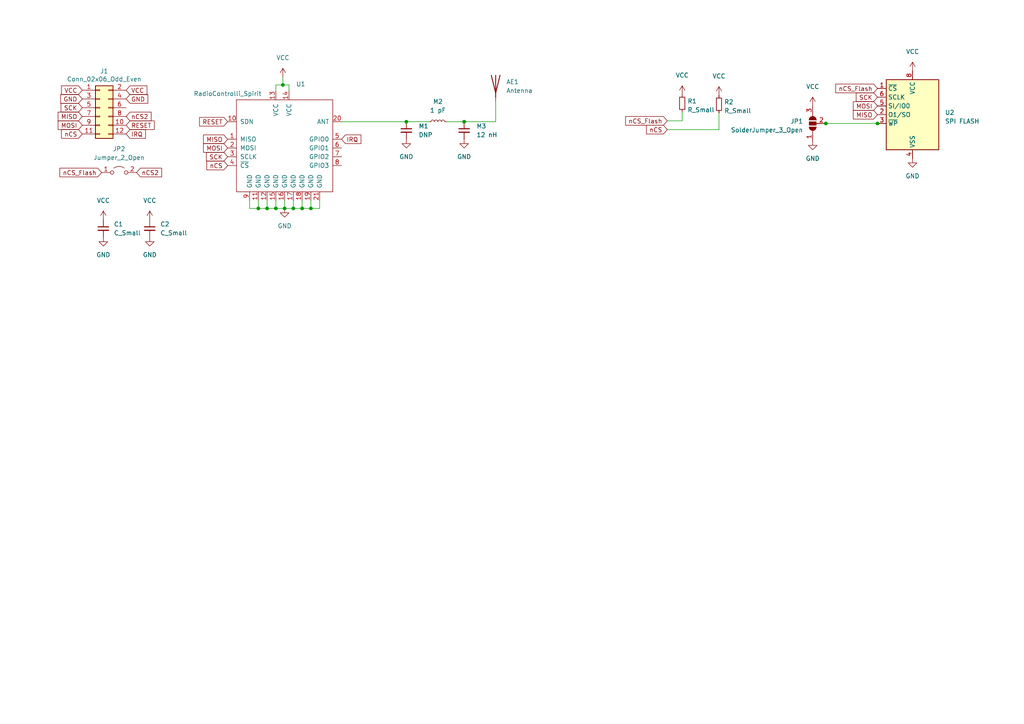
<source format=kicad_sch>
(kicad_sch (version 20230121) (generator eeschema)
  (paper "A4")
  (lib_symbols
    (symbol "AvS_RadioModule:RadioControlli_Spirit" (pin_names (offset 1.016))
      (property "Reference" "U" (at -8.89 10.16 0))
      (property "Value" "RadioControlli_Spirit" (at 1.27 0 0))
      (symbol "RadioControlli_Spirit_0_1"
        (rectangle (start -12.7 8.89) (end 15.24 -17.78))
      )
      (symbol "RadioControlli_Spirit_1_1"
        (pin output line (at -15.24 -2.54 0) (length 2.54) (name "MISO") (number "1"))
        (pin input line (at -15.24 2.54 0) (length 2.54) (name "SDN") (number "10"))
        (pin power_in line (at -6.35 -20.32 90) (length 2.54) (name "GND") (number "11"))
        (pin power_in line (at -3.81 -20.32 90) (length 2.54) (name "GND") (number "12"))
        (pin power_in line (at -1.27 11.43 270) (length 2.54) (name "VCC") (number "13"))
        (pin power_in line (at 2.54 11.43 270) (length 2.54) (name "VCC") (number "14"))
        (pin power_in line (at -1.27 -20.32 90) (length 2.54) (name "GND") (number "15"))
        (pin power_in line (at 1.27 -20.32 90) (length 2.54) (name "GND") (number "16"))
        (pin power_in line (at 3.81 -20.32 90) (length 2.54) (name "GND") (number "17"))
        (pin power_in line (at 6.35 -20.32 90) (length 2.54) (name "GND") (number "18"))
        (pin power_in line (at 8.89 -20.32 90) (length 2.54) (name "GND") (number "19"))
        (pin input line (at -15.24 -5.08 0) (length 2.54) (name "MOSI") (number "2"))
        (pin bidirectional line (at 17.78 2.54 180) (length 2.54) (name "ANT") (number "20"))
        (pin power_in line (at 11.43 -20.32 90) (length 2.54) (name "GND") (number "21"))
        (pin input line (at -15.24 -7.62 0) (length 2.54) (name "SCLK") (number "3"))
        (pin input line (at -15.24 -10.16 0) (length 2.54) (name "~{CS}") (number "4"))
        (pin bidirectional line (at 17.78 -2.54 180) (length 2.54) (name "GPIO0") (number "5"))
        (pin bidirectional line (at 17.78 -5.08 180) (length 2.54) (name "GPIO1") (number "6"))
        (pin bidirectional line (at 17.78 -7.62 180) (length 2.54) (name "GPIO2") (number "7"))
        (pin bidirectional line (at 17.78 -10.16 180) (length 2.54) (name "GPIO3") (number "8"))
        (pin power_in line (at -8.89 -20.32 90) (length 2.54) (name "GND") (number "9"))
      )
    )
    (symbol "Connector_Generic:Conn_02x06_Odd_Even" (pin_names (offset 1.016) hide)
      (property "Reference" "J" (at 1.27 7.62 0))
      (property "Value" "Conn_02x06_Odd_Even" (at 1.27 -10.16 0))
      (symbol "Conn_02x06_Odd_Even_1_1"
        (rectangle (start -1.27 -7.493) (end 0 -7.747) (stroke (width 0.1524)))
        (rectangle (start -1.27 -4.953) (end 0 -5.207) (stroke (width 0.1524)))
        (rectangle (start -1.27 -2.413) (end 0 -2.667) (stroke (width 0.1524)))
        (rectangle (start -1.27 0.127) (end 0 -0.127) (stroke (width 0.1524)))
        (rectangle (start -1.27 2.667) (end 0 2.413) (stroke (width 0.1524)))
        (rectangle (start -1.27 5.207) (end 0 4.953) (stroke (width 0.1524)))
        (rectangle (start -1.27 6.35) (end 3.81 -8.89) (stroke (width 0.254)) (fill (type background)))
        (rectangle (start 3.81 -7.493) (end 2.54 -7.747) (stroke (width 0.1524)))
        (rectangle (start 3.81 -4.953) (end 2.54 -5.207) (stroke (width 0.1524)))
        (rectangle (start 3.81 -2.413) (end 2.54 -2.667) (stroke (width 0.1524)))
        (rectangle (start 3.81 0.127) (end 2.54 -0.127) (stroke (width 0.1524)))
        (rectangle (start 3.81 2.667) (end 2.54 2.413) (stroke (width 0.1524)))
        (rectangle (start 3.81 5.207) (end 2.54 4.953) (stroke (width 0.1524)))
        (pin passive line (at -5.08 5.08 0) (length 3.81) (name "Pin_1") (number "1"))
        (pin passive line (at 7.62 -5.08 180) (length 3.81) (name "Pin_10") (number "10"))
        (pin passive line (at -5.08 -7.62 0) (length 3.81) (name "Pin_11") (number "11"))
        (pin passive line (at 7.62 -7.62 180) (length 3.81) (name "Pin_12") (number "12"))
        (pin passive line (at 7.62 5.08 180) (length 3.81) (name "Pin_2") (number "2"))
        (pin passive line (at -5.08 2.54 0) (length 3.81) (name "Pin_3") (number "3"))
        (pin passive line (at 7.62 2.54 180) (length 3.81) (name "Pin_4") (number "4"))
        (pin passive line (at -5.08 0 0) (length 3.81) (name "Pin_5") (number "5"))
        (pin passive line (at 7.62 0 180) (length 3.81) (name "Pin_6") (number "6"))
        (pin passive line (at -5.08 -2.54 0) (length 3.81) (name "Pin_7") (number "7"))
        (pin passive line (at 7.62 -2.54 180) (length 3.81) (name "Pin_8") (number "8"))
        (pin passive line (at -5.08 -5.08 0) (length 3.81) (name "Pin_9") (number "9"))
      )
    )
    (symbol "Device:Antenna" (pin_numbers hide) (pin_names (offset 1.016) hide)
      (property "Reference" "AE" (at -1.905 1.905 0))
      (property "Value" "Antenna" (at -1.905 0 0))
      (symbol "Antenna_0_1"
        (polyline (pts (xy 0 2.54) (xy 0 -3.81)) (stroke (width 0.254)))
        (polyline (pts (xy 1.27 2.54) (xy 0 -2.54) (xy -1.27 2.54)) (stroke (width 0.254)))
      )
      (symbol "Antenna_1_1"
        (pin input line (at 0 -5.08 90) (length 2.54) (name "A") (number "1"))
      )
    )
    (symbol "Device:C_Small" (pin_numbers hide) (pin_names (offset 0.254) hide)
      (property "Reference" "C" (at 0.254 1.778 0))
      (property "Value" "C_Small" (at 0.254 -2.032 0))
      (symbol "C_Small_0_1"
        (polyline (pts (xy -1.524 -0.508) (xy 1.524 -0.508)) (stroke (width 0.3302)))
        (polyline (pts (xy -1.524 0.508) (xy 1.524 0.508)) (stroke (width 0.3048)))
      )
      (symbol "C_Small_1_1"
        (pin passive line (at 0 2.54 270) (length 2.032) (name "~") (number "1"))
        (pin passive line (at 0 -2.54 90) (length 2.032) (name "~") (number "2"))
      )
    )
    (symbol "Device:L_Small" (pin_numbers hide) (pin_names (offset 0.254) hide)
      (property "Reference" "L" (at 0.762 1.016 0))
      (property "Value" "L_Small" (at 0.762 -1.016 0))
      (symbol "L_Small_0_1"
        (arc (start 0 -2.032) (mid 0.5058 -1.524) (end 0 -1.016))
        (arc (start 0 -1.016) (mid 0.5058 -0.508) (end 0 0))
        (arc (start 0 0) (mid 0.5058 0.508) (end 0 1.016))
        (arc (start 0 1.016) (mid 0.5058 1.524) (end 0 2.032))
      )
      (symbol "L_Small_1_1"
        (pin passive line (at 0 2.54 270) (length 0.508) (name "~") (number "1"))
        (pin passive line (at 0 -2.54 90) (length 0.508) (name "~") (number "2"))
      )
    )
    (symbol "Device:R_Small" (pin_numbers hide) (pin_names (offset 0.254) hide)
      (property "Reference" "R" (at 0.762 0.508 0))
      (property "Value" "R_Small" (at 0.762 -1.016 0))
      (symbol "R_Small_0_1"
        (rectangle (start -0.762 1.778) (end 0.762 -1.778) (stroke (width 0.2032)))
      )
      (symbol "R_Small_1_1"
        (pin passive line (at 0 2.54 270) (length 0.762) (name "~") (number "1"))
        (pin passive line (at 0 -2.54 90) (length 0.762) (name "~") (number "2"))
      )
    )
    (symbol "Jumper:Jumper_2_Open" (pin_names (offset 0) hide)
      (property "Reference" "JP" (at 0 2.794 0))
      (property "Value" "Jumper_2_Open" (at 0 -2.286 0))
      (symbol "Jumper_2_Open_0_0"
        (circle (center -2.032 0) (radius 0.508))
        (circle (center 2.032 0) (radius 0.508))
      )
      (symbol "Jumper_2_Open_0_1"
        (arc (start 1.524 1.27) (mid 0 1.778) (end -1.524 1.27))
      )
      (symbol "Jumper_2_Open_1_1"
        (pin passive line (at -5.08 0 0) (length 2.54) (name "A") (number "1"))
        (pin passive line (at 5.08 0 180) (length 2.54) (name "B") (number "2"))
      )
    )
    (symbol "Jumper:SolderJumper_3_Open" (pin_names (offset 0) hide)
      (property "Reference" "JP" (at -2.54 -2.54 0))
      (property "Value" "SolderJumper_3_Open" (at 0 2.794 0))
      (symbol "SolderJumper_3_Open_0_1"
        (arc (start -1.016 1.016) (mid -2.0276 0) (end -1.016 -1.016))
        (arc (start -1.016 1.016) (mid -2.0276 0) (end -1.016 -1.016) (fill (type outline)))
        (rectangle (start -0.508 1.016) (end 0.508 -1.016) (fill (type outline)))
        (polyline (pts (xy -2.54 0) (xy -2.032 0)))
        (polyline (pts (xy -1.016 1.016) (xy -1.016 -1.016)))
        (polyline (pts (xy 0 -1.27) (xy 0 -1.016)))
        (polyline (pts (xy 1.016 1.016) (xy 1.016 -1.016)))
        (polyline (pts (xy 2.54 0) (xy 2.032 0)))
        (arc (start 1.016 -1.016) (mid 2.0276 0) (end 1.016 1.016))
        (arc (start 1.016 -1.016) (mid 2.0276 0) (end 1.016 1.016) (fill (type outline)))
      )
      (symbol "SolderJumper_3_Open_1_1"
        (pin passive line (at -5.08 0 0) (length 2.54) (name "A") (number "1"))
        (pin passive line (at 0 -3.81 90) (length 2.54) (name "C") (number "2"))
        (pin passive line (at 5.08 0 180) (length 2.54) (name "B") (number "3"))
      )
    )
    (symbol "Memory_Flash:GD25D05CT"
      (property "Reference" "U" (at 2.54 12.7 0))
      (property "Value" "GD25D05CT" (at 8.89 8.89 0))
      (symbol "GD25D05CT_0_1"
        (rectangle (start -7.62 10.16) (end 7.62 -10.16) (stroke (width 0.254)) (fill (type background)))
      )
      (symbol "GD25D05CT_1_1"
        (pin input line (at -10.16 7.62 0) (length 2.54) (name "~{CS}") (number "1"))
        (pin output line (at -10.16 0 0) (length 2.54) (name "O1/SO") (number "2"))
        (pin input line (at -10.16 -2.54 0) (length 2.54) (name "~{WP}") (number "3"))
        (pin power_in line (at 0 -12.7 90) (length 2.54) (name "VSS") (number "4"))
        (pin bidirectional line (at -10.16 2.54 0) (length 2.54) (name "SI/IO0") (number "5"))
        (pin input line (at -10.16 5.08 0) (length 2.54) (name "SCLK") (number "6"))
        (pin no_connect line (at -7.62 -5.08 0) (length 2.54) hide (name "NC") (number "7"))
        (pin power_in line (at 0 12.7 270) (length 2.54) (name "VCC") (number "8"))
      )
    )
    (symbol "power:GND" (power) (pin_names (offset 0))
      (property "Value" "GND" (at 0 -3.81 0))
      (symbol "GND_0_1"
        (polyline (pts (xy 0 0) (xy 0 -1.27) (xy 1.27 -1.27) (xy 0 -2.54) (xy -1.27 -1.27) (xy 0 -1.27)))
      )
      (symbol "GND_1_1"
        (pin power_in line (at 0 0 270) (length 0) hide (name "GND") (number "1"))
      )
    )
    (symbol "power:VCC" (power) (pin_names (offset 0))
      (property "Value" "VCC" (at 0 3.81 0))
      (symbol "VCC_0_1"
        (polyline (pts (xy -0.762 1.27) (xy 0 2.54)))
        (polyline (pts (xy 0 0) (xy 0 2.54)))
        (polyline (pts (xy 0 2.54) (xy 0.762 1.27)))
      )
      (symbol "VCC_1_1"
        (pin power_in line (at 0 0 90) (length 0) hide (name "VCC") (number "1"))
      )
    )
  )
  (junction (at 90.17 60.452))
  (junction (at 82.042 24.638))
  (junction (at 117.856 35.306))
  (junction (at 239.522 35.814))
  (junction (at 77.47 60.452))
  (junction (at 82.55 60.452))
  (junction (at 85.09 60.452))
  (junction (at 134.62 35.306))
  (junction (at 87.63 60.452))
  (junction (at 80.01 60.452))
  (junction (at 254.508 35.814))
  (junction (at 74.93 60.452))
  (wire (pts (xy 124.46 35.306) (xy 117.856 35.306)))
  (wire (pts (xy 80.01 26.416) (xy 80.01 24.638)))
  (wire (pts (xy 85.09 58.166) (xy 85.09 60.452)))
  (wire (pts (xy 129.54 35.306) (xy 134.62 35.306)))
  (wire (pts (xy 134.62 35.306) (xy 143.764 35.306)))
  (wire (pts (xy 90.17 58.166) (xy 90.17 60.452)))
  (wire (pts (xy 72.39 58.166) (xy 72.39 60.452)))
  (wire (pts (xy 82.55 60.452) (xy 85.09 60.452)))
  (wire (pts (xy 80.01 24.638) (xy 82.042 24.638)))
  (wire (pts (xy 77.47 58.166) (xy 77.47 60.452)))
  (wire (pts (xy 77.47 60.452) (xy 80.01 60.452)))
  (wire (pts (xy 82.042 22.352) (xy 82.042 24.638)))
  (wire (pts (xy 82.042 24.638) (xy 83.82 24.638)))
  (wire (pts (xy 99.06 35.306) (xy 117.856 35.306)))
  (wire (pts (xy 83.82 24.638) (xy 83.82 26.416)))
  (wire (pts (xy 82.55 60.452) (xy 82.55 58.166)))
  (wire (pts (xy 80.01 60.452) (xy 82.55 60.452)))
  (wire (pts (xy 87.63 58.166) (xy 87.63 60.452)))
  (wire (pts (xy 197.866 35.052) (xy 197.866 32.512)))
  (wire (pts (xy 74.93 60.452) (xy 77.47 60.452)))
  (wire (pts (xy 239.522 35.814) (xy 254.508 35.814)))
  (wire (pts (xy 254.508 35.814) (xy 254.762 35.814)))
  (wire (pts (xy 90.17 60.452) (xy 92.71 60.452)))
  (wire (pts (xy 92.71 58.166) (xy 92.71 60.452)))
  (wire (pts (xy 193.548 35.052) (xy 197.866 35.052)))
  (wire (pts (xy 72.39 60.452) (xy 74.93 60.452)))
  (wire (pts (xy 85.09 60.452) (xy 87.63 60.452)))
  (wire (pts (xy 193.548 37.592) (xy 208.534 37.592)))
  (wire (pts (xy 87.63 60.452) (xy 90.17 60.452)))
  (wire (pts (xy 208.534 37.592) (xy 208.534 32.766)))
  (wire (pts (xy 239.268 35.814) (xy 239.522 35.814)))
  (wire (pts (xy 143.764 35.306) (xy 143.764 29.464)))
  (wire (pts (xy 80.01 58.166) (xy 80.01 60.452)))
  (wire (pts (xy 74.93 58.166) (xy 74.93 60.452)))
  (global_label "SCK" (shape input) (at 254.508 28.194 180) (property "Intersheetrefs" "${INTERSHEET_REFS}" (effects hide)) (property "Intersheet-verwijzingen" "${INTERSHEET_REFS}" (effects hide)))
  (global_label "RESET" (shape input) (at 66.04 35.306 180) (property "Intersheetrefs" "${INTERSHEET_REFS}" (effects hide)) (property "Intersheet-verwijzingen" "${INTERSHEET_REFS}" (effects hide)))
  (global_label "nCS_Flash" (shape input) (at 193.548 35.052 180) (property "Intersheetrefs" "${INTERSHEET_REFS}" (effects hide)))
  (global_label "MISO" (shape input) (at 23.876 33.782 180) (property "Intersheetrefs" "${INTERSHEET_REFS}" (effects hide)) (property "Intersheet-verwijzingen" "${INTERSHEET_REFS}" (effects hide)))
  (global_label "GND" (shape input) (at 36.576 28.702 0) (property "Intersheetrefs" "${INTERSHEET_REFS}" (effects hide)) (property "Intersheet-verwijzingen" "${INTERSHEET_REFS}" (effects hide)))
  (global_label "nCS2" (shape input) (at 39.624 50.038 0) (property "Intersheetrefs" "${INTERSHEET_REFS}" (effects hide)))
  (global_label "VCC" (shape input) (at 23.876 26.162 180) (property "Intersheetrefs" "${INTERSHEET_REFS}" (effects hide)) (property "Intersheet-verwijzingen" "${INTERSHEET_REFS}" (effects hide)))
  (global_label "nCS" (shape input) (at 66.04 48.006 180) (property "Intersheetrefs" "${INTERSHEET_REFS}" (effects hide)) (property "Intersheet-verwijzingen" "${INTERSHEET_REFS}" (effects hide)))
  (global_label "MISO" (shape input) (at 254.508 33.274 180) (property "Intersheetrefs" "${INTERSHEET_REFS}" (effects hide)) (property "Intersheet-verwijzingen" "${INTERSHEET_REFS}" (effects hide)))
  (global_label "GND" (shape input) (at 23.876 28.702 180) (property "Intersheetrefs" "${INTERSHEET_REFS}" (effects hide)) (property "Intersheet-verwijzingen" "${INTERSHEET_REFS}" (effects hide)))
  (global_label "SCK" (shape input) (at 23.876 31.242 180) (property "Intersheetrefs" "${INTERSHEET_REFS}" (effects hide)) (property "Intersheet-verwijzingen" "${INTERSHEET_REFS}" (effects hide)))
  (global_label "nCS" (shape input) (at 23.876 38.862 180) (property "Intersheetrefs" "${INTERSHEET_REFS}" (effects hide)) (property "Intersheet-verwijzingen" "${INTERSHEET_REFS}" (effects hide)))
  (global_label "VCC" (shape input) (at 36.576 26.162 0) (property "Intersheetrefs" "${INTERSHEET_REFS}" (effects hide)) (property "Intersheet-verwijzingen" "${INTERSHEET_REFS}" (effects hide)))
  (global_label "MOSI" (shape input) (at 254.508 30.734 180) (property "Intersheetrefs" "${INTERSHEET_REFS}" (effects hide)) (property "Intersheet-verwijzingen" "${INTERSHEET_REFS}" (effects hide)))
  (global_label "IRQ" (shape input) (at 99.06 40.386 0) (property "Intersheetrefs" "${INTERSHEET_REFS}" (effects hide)) (property "Intersheet-verwijzingen" "${INTERSHEET_REFS}" (effects hide)))
  (global_label "IRQ" (shape input) (at 36.576 38.862 0) (property "Intersheetrefs" "${INTERSHEET_REFS}" (effects hide)) (property "Intersheet-verwijzingen" "${INTERSHEET_REFS}" (effects hide)))
  (global_label "MISO" (shape input) (at 66.04 40.386 180) (property "Intersheetrefs" "${INTERSHEET_REFS}" (effects hide)) (property "Intersheet-verwijzingen" "${INTERSHEET_REFS}" (effects hide)))
  (global_label "MOSI" (shape input) (at 66.04 42.926 180) (property "Intersheetrefs" "${INTERSHEET_REFS}" (effects hide)) (property "Intersheet-verwijzingen" "${INTERSHEET_REFS}" (effects hide)))
  (global_label "nCS_Flash" (shape input) (at 254.508 25.654 180) (property "Intersheetrefs" "${INTERSHEET_REFS}" (effects hide)))
  (global_label "RESET" (shape input) (at 36.576 36.322 0) (property "Intersheetrefs" "${INTERSHEET_REFS}" (effects hide)) (property "Intersheet-verwijzingen" "${INTERSHEET_REFS}" (effects hide)))
  (global_label "SCK" (shape input) (at 66.04 45.466 180) (property "Intersheetrefs" "${INTERSHEET_REFS}" (effects hide)) (property "Intersheet-verwijzingen" "${INTERSHEET_REFS}" (effects hide)))
  (global_label "nCS2" (shape input) (at 36.576 33.782 0) (property "Intersheetrefs" "${INTERSHEET_REFS}" (effects hide)))
  (global_label "nCS_Flash" (shape input) (at 29.464 50.038 180) (property "Intersheetrefs" "${INTERSHEET_REFS}" (effects hide)))
  (global_label "nCS" (shape input) (at 193.548 37.592 180) (property "Intersheetrefs" "${INTERSHEET_REFS}" (effects hide)) (property "Intersheet-verwijzingen" "${INTERSHEET_REFS}" (effects hide)))
  (global_label "MOSI" (shape input) (at 23.876 36.322 180) (property "Intersheetrefs" "${INTERSHEET_REFS}" (effects hide)) (property "Intersheet-verwijzingen" "${INTERSHEET_REFS}" (effects hide)))
  (symbol (lib_id "Connector_Generic:Conn_02x06_Odd_Even") (at 28.956 31.242 0) (unit 1)
    (property "Reference" "J1" (at 30.226 20.6502 0))
    (property "Value" "Conn_02x06_Odd_Even" (at 30.226 22.9616 0))
    (property "Footprint" "Connector_PinHeader_2.54mm:PinHeader_2x06_P2.54mm_Horizontal" (effects hide))
  )
  (symbol (lib_id "Device:Antenna") (at 143.764 24.384 0) (unit 1)
    (property "Reference" "AE1" (at 146.812 23.7489 0) (effects (justify left)))
    (property "Value" "Antenna" (at 146.812 26.2889 0) (effects (justify left)))
    (property "Footprint" "AvS_Antenna:Texas_SWRA416_868MHz_915MHz_Right" (effects hide))
  )
  (symbol (lib_id "power:GND") (at 43.434 68.834 0) (unit 1)
    (property "Reference" "#PWR04" (effects hide))
    (property "Value" "GND" (at 43.434 73.914 0))
  )
  (symbol (lib_id "AvS_RadioModule:RadioControlli_Spirit") (at 81.28 37.846 0) (unit 1)
    (property "Reference" "U1" (at 85.8394 24.384 0) (effects (justify left)))
    (property "Value" "RadioControlli_Spirit" (at 56.134 27.178 0) (effects (justify left)))
    (property "Footprint" "AvS_Modules:RadioControlli-Spirit" (effects hide))
    (property "Datasheet" "https://www.radiocontrolli.com/public/componenti/4755/files/RC-S2LP-868.pdf" (effects hide))
  )
  (symbol (lib_id "power:GND") (at 264.668 45.974 0) (unit 1)
    (property "Reference" "#PWR010" (effects hide))
    (property "Value" "GND" (at 264.668 51.054 0))
  )
  (symbol (lib_id "Device:R_Small") (at 208.534 30.226 0) (unit 1)
    (property "Reference" "R2" (at 210.058 29.591 0) (effects (justify left)))
    (property "Value" "R_Small" (at 210.058 32.131 0) (effects (justify left)))
    (property "Footprint" "Resistor_SMD:R_0805_2012Metric" (effects hide))
  )
  (symbol (lib_id "power:GND") (at 235.712 40.894 0) (unit 1)
    (property "Reference" "#PWR012" (effects hide))
    (property "Value" "GND" (at 235.712 45.974 0))
  )
  (symbol (lib_id "power:GND") (at 29.972 68.834 0) (unit 1)
    (property "Reference" "#PWR02" (effects hide))
    (property "Value" "GND" (at 29.972 73.914 0))
  )
  (symbol (lib_id "Device:C_Small") (at 134.62 37.846 0) (unit 1)
    (property "Reference" "M3" (at 138.176 36.5822 0) (effects (justify left)))
    (property "Value" "12 nH" (at 138.176 39.1222 0) (effects (justify left)))
    (property "Footprint" "Capacitor_SMD:C_0603_1608Metric" (effects hide))
  )
  (symbol (lib_id "Device:L_Small") (at 127 35.306 90) (unit 1)
    (property "Reference" "M2" (at 127 29.464 90))
    (property "Value" "1 pF" (at 127 32.004 90))
    (property "Footprint" "Inductor_SMD:L_0603_1608Metric" (effects hide))
  )
  (symbol (lib_id "power:VCC") (at 264.668 20.574 0) (unit 1)
    (property "Reference" "#PWR07" (effects hide))
    (property "Value" "VCC" (at 264.668 14.986 0))
  )
  (symbol (lib_id "Jumper:SolderJumper_3_Open") (at 235.712 35.814 90) (unit 1)
    (property "Reference" "JP1" (at 232.918 35.179 90) (effects (justify left)))
    (property "Value" "SolderJumper_3_Open" (at 232.918 37.719 90) (effects (justify left)))
    (property "Footprint" "Jumper:SolderJumper-3_P1.3mm_Open_RoundedPad1.0x1.5mm" (effects hide))
  )
  (symbol (lib_id "power:GND") (at 82.55 60.452 0) (unit 1)
    (property "Reference" "#PWR06" (effects hide))
    (property "Value" "GND" (at 82.55 65.532 0))
  )
  (symbol (lib_id "power:GND") (at 117.856 40.386 0) (unit 1)
    (property "Reference" "#PWR08" (effects hide))
    (property "Value" "GND" (at 117.856 45.466 0))
  )
  (symbol (lib_id "Device:C_Small") (at 29.972 66.294 0) (unit 1)
    (property "Reference" "C1" (at 33.02 65.0302 0) (effects (justify left)))
    (property "Value" "C_Small" (at 33.02 67.5702 0) (effects (justify left)))
    (property "Footprint" "Capacitor_SMD:C_0805_2012Metric" (effects hide))
  )
  (symbol (lib_id "power:VCC") (at 82.042 22.352 0) (unit 1)
    (property "Reference" "#PWR05" (effects hide))
    (property "Value" "VCC" (at 82.042 16.764 0))
  )
  (symbol (lib_id "power:VCC") (at 197.866 27.432 0) (unit 1)
    (property "Reference" "#PWR013" (effects hide))
    (property "Value" "VCC" (at 197.866 21.844 0))
  )
  (symbol (lib_id "power:GND") (at 134.62 40.386 0) (unit 1)
    (property "Reference" "#PWR09" (effects hide))
    (property "Value" "GND" (at 134.62 45.466 0))
  )
  (symbol (lib_id "power:VCC") (at 235.712 30.734 0) (unit 1)
    (property "Reference" "#PWR011" (effects hide))
    (property "Value" "VCC" (at 235.712 25.146 0))
  )
  (symbol (lib_id "Memory_Flash:GD25D05CT") (at 264.668 33.274 0) (unit 1)
    (property "Reference" "U2" (at 274.066 32.639 0) (effects (justify left)))
    (property "Value" "SPI FLASH" (at 274.066 35.179 0) (effects (justify left)))
    (property "Footprint" "Package_SO:SOP-8_3.9x4.9mm_P1.27mm" (effects hide))
  )
  (symbol (lib_id "Device:C_Small") (at 117.856 37.846 0) (unit 1)
    (property "Reference" "M1" (at 121.412 36.5822 0) (effects (justify left)))
    (property "Value" "DNP" (at 121.412 39.1222 0) (effects (justify left)))
    (property "Footprint" "Capacitor_SMD:C_0603_1608Metric" (effects hide))
  )
  (symbol (lib_id "power:VCC") (at 43.434 63.754 0) (unit 1)
    (property "Reference" "#PWR03" (effects hide))
    (property "Value" "VCC" (at 43.434 58.166 0))
  )
  (symbol (lib_id "power:VCC") (at 208.534 27.686 0) (unit 1)
    (property "Reference" "#PWR014" (effects hide))
    (property "Value" "VCC" (at 208.534 22.098 0))
  )
  (symbol (lib_id "power:VCC") (at 29.972 63.754 0) (unit 1)
    (property "Reference" "#PWR01" (effects hide))
    (property "Value" "VCC" (at 29.972 58.166 0))
  )
  (symbol (lib_id "Device:C_Small") (at 43.434 66.294 0) (unit 1)
    (property "Reference" "C2" (at 46.482 65.0302 0) (effects (justify left)))
    (property "Value" "C_Small" (at 46.482 67.5702 0) (effects (justify left)))
    (property "Footprint" "Capacitor_SMD:C_0805_2012Metric" (effects hide))
  )
  (symbol (lib_id "Device:R_Small") (at 197.866 29.972 0) (unit 1)
    (property "Reference" "R1" (at 199.39 29.337 0) (effects (justify left)))
    (property "Value" "R_Small" (at 199.39 31.877 0) (effects (justify left)))
    (property "Footprint" "Resistor_SMD:R_0805_2012Metric" (effects hide))
  )
  (symbol (lib_id "Jumper:Jumper_2_Open") (at 34.544 50.038 0) (unit 1)
    (property "Reference" "JP2" (at 34.544 43.18 0))
    (property "Value" "Jumper_2_Open" (at 34.544 45.72 0))
    (property "Footprint" "Jumper:SolderJumper-2_P1.3mm_Open_RoundedPad1.0x1.5mm" (effects hide))
  )
)
</source>
